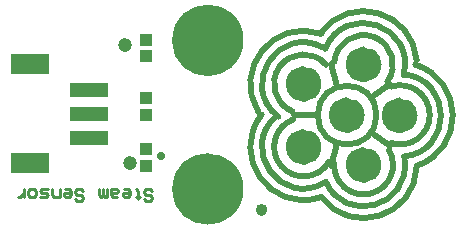
<source format=gts>
%FSLAX23Y23*%
%MOIN*%
G70*
G01*
G75*
G04 Layer_Color=8388736*
%ADD10R,0.118X0.039*%
%ADD11R,0.118X0.059*%
%ADD12R,0.035X0.031*%
%ADD13C,0.010*%
%ADD14C,0.020*%
%ADD15C,0.039*%
%ADD16C,0.236*%
%ADD17C,0.000*%
%ADD18C,0.000*%
%ADD19C,0.020*%
%ADD20C,0.059*%
%ADD21C,0.004*%
%ADD22R,0.126X0.047*%
%ADD23R,0.126X0.067*%
%ADD24R,0.043X0.039*%
%ADD25C,0.047*%
%ADD26C,0.028*%
D13*
X454Y122D02*
X460Y116D01*
X473D01*
X480Y122D01*
Y129D01*
X473Y135D01*
X460D01*
X454Y142D01*
Y148D01*
X460Y155D01*
X473D01*
X480Y148D01*
X434Y122D02*
Y129D01*
X441D01*
X428D01*
X434D01*
Y148D01*
X428Y155D01*
X388D02*
X401D01*
X408Y148D01*
Y135D01*
X401Y129D01*
X388D01*
X382Y135D01*
Y142D01*
X408D01*
X362Y129D02*
X349D01*
X342Y135D01*
Y155D01*
X362D01*
X368Y148D01*
X362Y142D01*
X342D01*
X329Y155D02*
Y129D01*
X323D01*
X316Y135D01*
Y155D01*
Y135D01*
X309Y129D01*
X303Y135D01*
Y155D01*
X224Y122D02*
X231Y116D01*
X244D01*
X250Y122D01*
Y129D01*
X244Y135D01*
X231D01*
X224Y142D01*
Y148D01*
X231Y155D01*
X244D01*
X250Y148D01*
X191Y155D02*
X204D01*
X211Y148D01*
Y135D01*
X204Y129D01*
X191D01*
X185Y135D01*
Y142D01*
X211D01*
X172Y155D02*
Y129D01*
X152D01*
X145Y135D01*
Y155D01*
X132D02*
X113D01*
X106Y148D01*
X113Y142D01*
X126D01*
X132Y135D01*
X126Y129D01*
X106D01*
X86Y155D02*
X73D01*
X67Y148D01*
Y135D01*
X73Y129D01*
X86D01*
X93Y135D01*
Y148D01*
X86Y155D01*
X54Y129D02*
Y155D01*
Y142D01*
X47Y135D01*
X41Y129D01*
X34D01*
D14*
X1075Y570D02*
D03*
X895Y400D02*
D03*
X985Y505D02*
D03*
Y295D02*
D03*
X1185Y235D02*
D03*
X1130Y400D02*
D03*
X1305D02*
D03*
X1185Y570D02*
D03*
X1045Y675D02*
D03*
D15*
X754Y650D02*
D03*
X728Y587D02*
D03*
X665Y561D02*
D03*
X602Y587D02*
D03*
X576Y650D02*
D03*
X665Y739D02*
D03*
X728Y713D02*
D03*
X602D02*
D03*
Y218D02*
D03*
X728D02*
D03*
X665Y244D02*
D03*
X576Y155D02*
D03*
X602Y92D02*
D03*
X665Y66D02*
D03*
X728Y92D02*
D03*
X754Y155D02*
D03*
D16*
X665Y650D02*
D03*
Y155D02*
D03*
D19*
X855Y85D02*
G03*
X855Y85I-10J0D01*
G01*
X1228Y401D02*
G03*
X1228Y401I-98J0D01*
G01*
X1264Y512D02*
G03*
X1087Y579I-79J58D01*
G01*
X1060Y569D02*
G03*
X948Y414I-75J-64D01*
G01*
X951Y387D02*
G03*
X1070Y245I34J-92D01*
G01*
X1087Y240D02*
G03*
X1270Y285I98J-5D01*
G01*
X1277Y308D02*
G03*
X1277Y495I30J94D01*
G01*
X1318Y534D02*
G03*
X1057Y622I-133J36D01*
G01*
X1051Y626D02*
G03*
X901Y396I-66J-121D01*
G01*
X897Y401D02*
G03*
X1057Y178I88J-106D01*
G01*
X1059Y179D02*
G03*
X1322Y250I126J56D01*
G01*
X1320Y263D02*
G03*
X1318Y537I-15J137D01*
G01*
X1362Y584D02*
G03*
X1043Y676I-177J-14D01*
G01*
X1044Y672D02*
G03*
X835Y411I-59J-167D01*
G01*
X845Y403D02*
G03*
X1038Y126I140J-108D01*
G01*
X1043Y129D02*
G03*
X1362Y231I142J106D01*
G01*
X1362Y232D02*
G03*
X1357Y569I-57J168D01*
G01*
X1213Y461D02*
X1273Y506D01*
X1075Y570D02*
X1098Y498D01*
X952Y401D02*
X1030Y401D01*
X1075Y233D02*
X1098Y304D01*
X1213Y341D02*
X1273Y297D01*
D20*
X1159Y401D02*
G03*
X1159Y401I-30J0D01*
G01*
X1335Y400D02*
G03*
X1335Y400I-30J0D01*
G01*
X1215Y570D02*
G03*
X1215Y570I-30J0D01*
G01*
X1015Y505D02*
G03*
X1015Y505I-30J0D01*
G01*
Y295D02*
G03*
X1015Y295I-30J0D01*
G01*
X1215Y235D02*
G03*
X1215Y235I-30J0D01*
G01*
X754Y650D02*
G03*
X754Y650I-89J0D01*
G01*
Y155D02*
G03*
X754Y155I-89J0D01*
G01*
D21*
X1273Y506D02*
Y508D01*
D22*
X270Y326D02*
D03*
Y405D02*
D03*
Y484D02*
D03*
Y326D02*
D03*
D23*
X73Y240D02*
D03*
Y570D02*
D03*
D24*
X460Y288D02*
D03*
Y232D02*
D03*
X460Y597D02*
D03*
Y653D02*
D03*
Y402D02*
D03*
Y458D02*
D03*
D25*
X405Y240D02*
D03*
X390Y635D02*
D03*
D26*
X510Y265D02*
D03*
M02*

</source>
